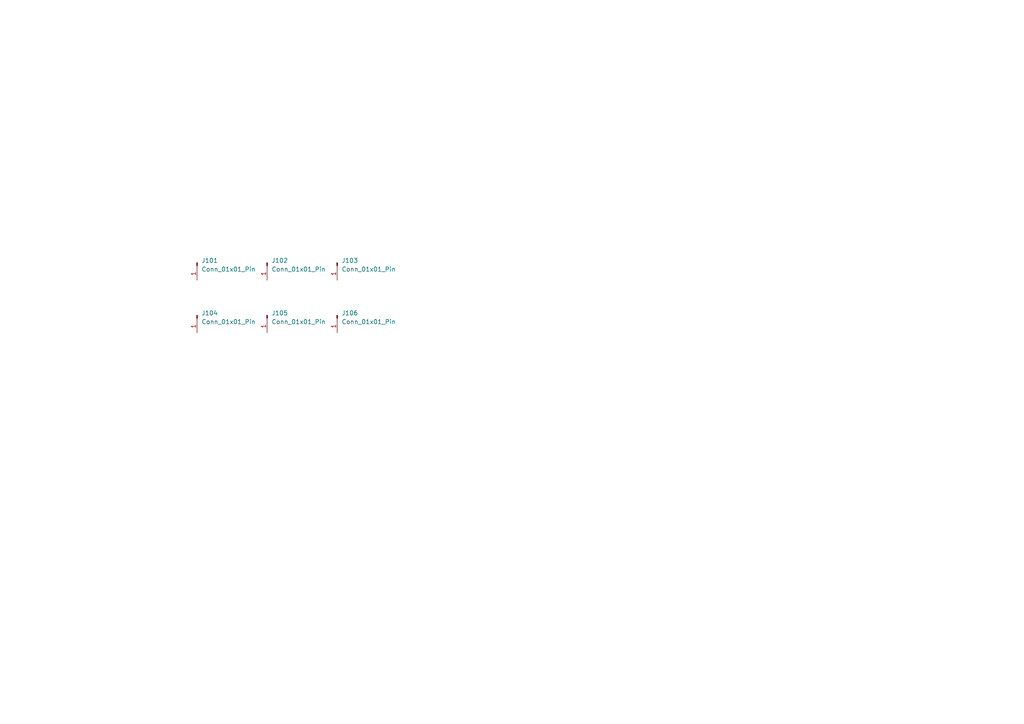
<source format=kicad_sch>
(kicad_sch (version 20230121) (generator eeschema)
  (paper "A4")
  (lib_symbols
    (symbol "Connector:Conn_01x01_Pin" (pin_names (offset 1.016) hide)
      (property "Reference" "J" (at 0 2.54 0))
      (property "Value" "Conn_01x01_Pin" (at 0 -2.54 0))
      (symbol "Conn_01x01_Pin_1_1"
        (polyline (pts (xy 1.27 0) (xy 0.8636 0)) (stroke (width 0.1524)))
        (rectangle (start 0.8636 0.127) (end 0 -0.127) (stroke (width 0.1524)) (fill (type outline)))
        (pin passive line (at 5.08 0 180) (length 3.81) (name "Pin_1") (number "1"))
      )
    )
  )
  (symbol (lib_id "Connector:Conn_01x01_Pin") (at 57.15 76.2 270) (unit 1)
    (property "Reference" "J101" (at 58.42 75.565 90) (effects (justify left)))
    (property "Value" "Conn_01x01_Pin" (at 58.42 78.105 90) (effects (justify left)))
    (property "Footprint" "MyPinSocket:MyPinSocket" (effects hide))
  )
  (symbol (lib_id "Connector:Conn_01x01_Pin") (at 57.15 91.44 270) (unit 1)
    (property "Reference" "J104" (at 58.42 90.805 90) (effects (justify left)))
    (property "Value" "Conn_01x01_Pin" (at 58.42 93.345 90) (effects (justify left)))
    (property "Footprint" "MyPinSocket:MyPinSocket" (effects hide))
  )
  (symbol (lib_id "Connector:Conn_01x01_Pin") (at 77.47 91.44 270) (unit 1)
    (property "Reference" "J105" (at 78.74 90.805 90) (effects (justify left)))
    (property "Value" "Conn_01x01_Pin" (at 78.74 93.345 90) (effects (justify left)))
    (property "Footprint" "MyPinSocket:MyPinSocket" (effects hide))
  )
  (symbol (lib_id "Connector:Conn_01x01_Pin") (at 97.79 76.2 270) (unit 1)
    (property "Reference" "J103" (at 99.06 75.565 90) (effects (justify left)))
    (property "Value" "Conn_01x01_Pin" (at 99.06 78.105 90) (effects (justify left)))
    (property "Footprint" "MyPinSocket:MyPinSocket" (effects hide))
  )
  (symbol (lib_id "Connector:Conn_01x01_Pin") (at 77.47 76.2 270) (unit 1)
    (property "Reference" "J102" (at 78.74 75.565 90) (effects (justify left)))
    (property "Value" "Conn_01x01_Pin" (at 78.74 78.105 90) (effects (justify left)))
    (property "Footprint" "MyPinSocket:MyPinSocket" (effects hide))
  )
  (symbol (lib_id "Connector:Conn_01x01_Pin") (at 97.79 91.44 270) (unit 1)
    (property "Reference" "J106" (at 99.06 90.805 90) (effects (justify left)))
    (property "Value" "Conn_01x01_Pin" (at 99.06 93.345 90) (effects (justify left)))
    (property "Footprint" "MyPinSocket:MyPinSocket" (effects hide))
  )
)
</source>
